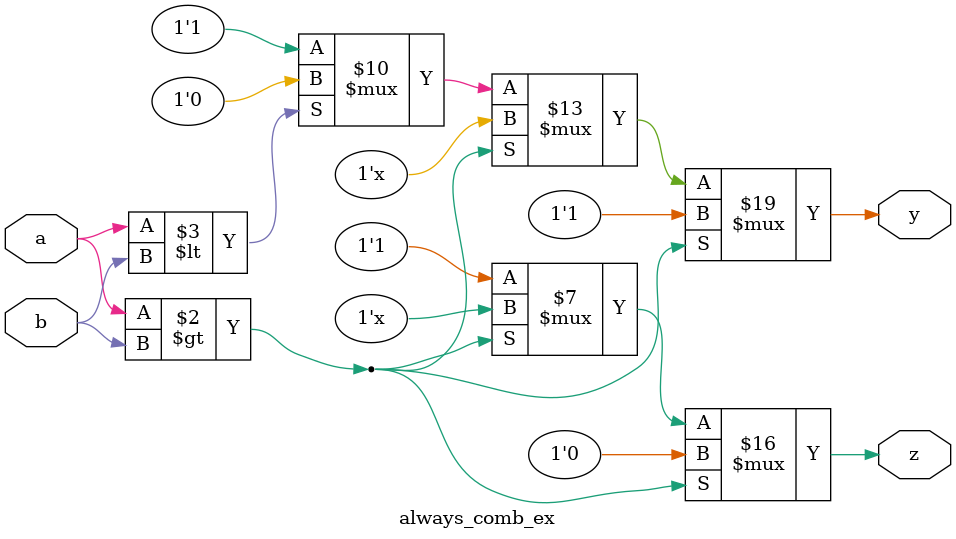
<source format=sv>

module always_comb_ex
(
    input logic a, b,
    output logic y, z
);

always_comb begin 
    if (a > b) begin 
        y = 1;
        z = 0;
    end
    else if (a < b) begin
        y = 0;
        z = 1;
    end
    else begin
        y = 1;
        z = 1;
    end
end 

endmodule 
</source>
